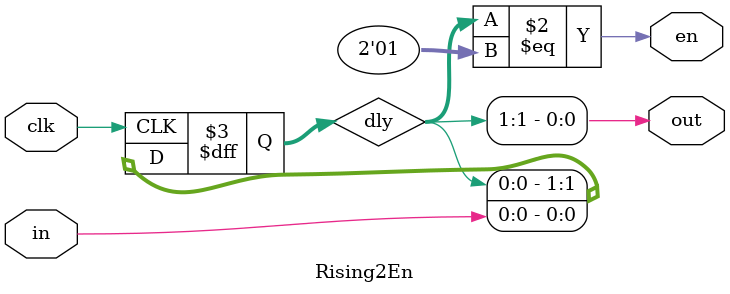
<source format=sv>
`timescale 1ns / 1ps


module Rising2En #(
        parameter SYNC_STG = 1
    )(
        input wire clk, in,
        output logic en, out
    );
    
        logic [SYNC_STG : 0] dly;
        
        always_ff @(posedge clk) begin
            dly <= {dly[SYNC_STG - 1 : 0], in};
        end
        
        assign en = (SYNC_STG? dly[SYNC_STG -: 2]: {dly, in}) == 2'b01;
        assign out = dly[SYNC_STG];
endmodule

</source>
